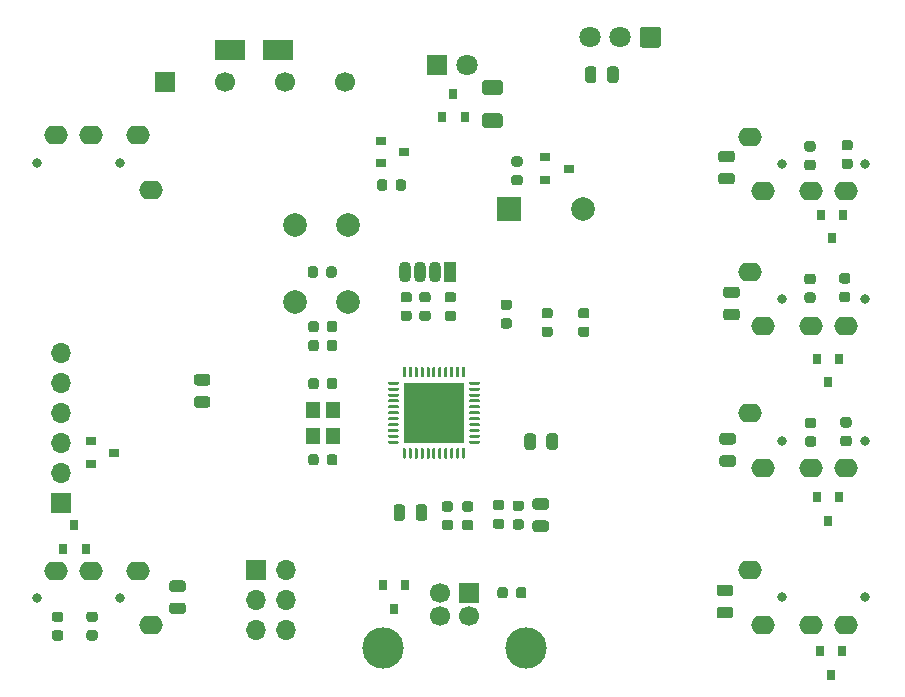
<source format=gbs>
G04 #@! TF.GenerationSoftware,KiCad,Pcbnew,5.1.7-a382d34a8~87~ubuntu20.04.1*
G04 #@! TF.CreationDate,2020-11-13T16:05:12-05:00*
G04 #@! TF.ProjectId,atmega32u4_hub_pcb_1_3,61746d65-6761-4333-9275-345f6875625f,1.3*
G04 #@! TF.SameCoordinates,Original*
G04 #@! TF.FileFunction,Soldermask,Bot*
G04 #@! TF.FilePolarity,Negative*
%FSLAX46Y46*%
G04 Gerber Fmt 4.6, Leading zero omitted, Abs format (unit mm)*
G04 Created by KiCad (PCBNEW 5.1.7-a382d34a8~87~ubuntu20.04.1) date 2020-11-13 16:05:12*
%MOMM*%
%LPD*%
G01*
G04 APERTURE LIST*
%ADD10R,5.150000X5.150000*%
%ADD11O,1.700000X1.700000*%
%ADD12R,1.700000X1.700000*%
%ADD13R,0.900000X0.800000*%
%ADD14C,1.800000*%
%ADD15O,2.000000X1.600000*%
%ADD16C,0.800000*%
%ADD17R,0.800000X0.900000*%
%ADD18R,1.800000X1.800000*%
%ADD19R,1.200000X1.400000*%
%ADD20C,2.000000*%
%ADD21C,3.500000*%
%ADD22C,1.700000*%
%ADD23O,1.070000X1.800000*%
%ADD24R,1.070000X1.800000*%
%ADD25R,2.500000X1.800000*%
%ADD26R,2.000000X2.000000*%
G04 APERTURE END LIST*
G36*
G01*
X145629900Y-109259600D02*
X145504900Y-109259600D01*
G75*
G02*
X145442400Y-109197100I0J62500D01*
G01*
X145442400Y-108447100D01*
G75*
G02*
X145504900Y-108384600I62500J0D01*
G01*
X145629900Y-108384600D01*
G75*
G02*
X145692400Y-108447100I0J-62500D01*
G01*
X145692400Y-109197100D01*
G75*
G02*
X145629900Y-109259600I-62500J0D01*
G01*
G37*
G36*
G01*
X145129900Y-109259600D02*
X145004900Y-109259600D01*
G75*
G02*
X144942400Y-109197100I0J62500D01*
G01*
X144942400Y-108447100D01*
G75*
G02*
X145004900Y-108384600I62500J0D01*
G01*
X145129900Y-108384600D01*
G75*
G02*
X145192400Y-108447100I0J-62500D01*
G01*
X145192400Y-109197100D01*
G75*
G02*
X145129900Y-109259600I-62500J0D01*
G01*
G37*
G36*
G01*
X144629900Y-109259600D02*
X144504900Y-109259600D01*
G75*
G02*
X144442400Y-109197100I0J62500D01*
G01*
X144442400Y-108447100D01*
G75*
G02*
X144504900Y-108384600I62500J0D01*
G01*
X144629900Y-108384600D01*
G75*
G02*
X144692400Y-108447100I0J-62500D01*
G01*
X144692400Y-109197100D01*
G75*
G02*
X144629900Y-109259600I-62500J0D01*
G01*
G37*
G36*
G01*
X144129900Y-109259600D02*
X144004900Y-109259600D01*
G75*
G02*
X143942400Y-109197100I0J62500D01*
G01*
X143942400Y-108447100D01*
G75*
G02*
X144004900Y-108384600I62500J0D01*
G01*
X144129900Y-108384600D01*
G75*
G02*
X144192400Y-108447100I0J-62500D01*
G01*
X144192400Y-109197100D01*
G75*
G02*
X144129900Y-109259600I-62500J0D01*
G01*
G37*
G36*
G01*
X143629900Y-109259600D02*
X143504900Y-109259600D01*
G75*
G02*
X143442400Y-109197100I0J62500D01*
G01*
X143442400Y-108447100D01*
G75*
G02*
X143504900Y-108384600I62500J0D01*
G01*
X143629900Y-108384600D01*
G75*
G02*
X143692400Y-108447100I0J-62500D01*
G01*
X143692400Y-109197100D01*
G75*
G02*
X143629900Y-109259600I-62500J0D01*
G01*
G37*
G36*
G01*
X143129900Y-109259600D02*
X143004900Y-109259600D01*
G75*
G02*
X142942400Y-109197100I0J62500D01*
G01*
X142942400Y-108447100D01*
G75*
G02*
X143004900Y-108384600I62500J0D01*
G01*
X143129900Y-108384600D01*
G75*
G02*
X143192400Y-108447100I0J-62500D01*
G01*
X143192400Y-109197100D01*
G75*
G02*
X143129900Y-109259600I-62500J0D01*
G01*
G37*
G36*
G01*
X142629900Y-109259600D02*
X142504900Y-109259600D01*
G75*
G02*
X142442400Y-109197100I0J62500D01*
G01*
X142442400Y-108447100D01*
G75*
G02*
X142504900Y-108384600I62500J0D01*
G01*
X142629900Y-108384600D01*
G75*
G02*
X142692400Y-108447100I0J-62500D01*
G01*
X142692400Y-109197100D01*
G75*
G02*
X142629900Y-109259600I-62500J0D01*
G01*
G37*
G36*
G01*
X142129900Y-109259600D02*
X142004900Y-109259600D01*
G75*
G02*
X141942400Y-109197100I0J62500D01*
G01*
X141942400Y-108447100D01*
G75*
G02*
X142004900Y-108384600I62500J0D01*
G01*
X142129900Y-108384600D01*
G75*
G02*
X142192400Y-108447100I0J-62500D01*
G01*
X142192400Y-109197100D01*
G75*
G02*
X142129900Y-109259600I-62500J0D01*
G01*
G37*
G36*
G01*
X141629900Y-109259600D02*
X141504900Y-109259600D01*
G75*
G02*
X141442400Y-109197100I0J62500D01*
G01*
X141442400Y-108447100D01*
G75*
G02*
X141504900Y-108384600I62500J0D01*
G01*
X141629900Y-108384600D01*
G75*
G02*
X141692400Y-108447100I0J-62500D01*
G01*
X141692400Y-109197100D01*
G75*
G02*
X141629900Y-109259600I-62500J0D01*
G01*
G37*
G36*
G01*
X141129900Y-109259600D02*
X141004900Y-109259600D01*
G75*
G02*
X140942400Y-109197100I0J62500D01*
G01*
X140942400Y-108447100D01*
G75*
G02*
X141004900Y-108384600I62500J0D01*
G01*
X141129900Y-108384600D01*
G75*
G02*
X141192400Y-108447100I0J-62500D01*
G01*
X141192400Y-109197100D01*
G75*
G02*
X141129900Y-109259600I-62500J0D01*
G01*
G37*
G36*
G01*
X140629900Y-109259600D02*
X140504900Y-109259600D01*
G75*
G02*
X140442400Y-109197100I0J62500D01*
G01*
X140442400Y-108447100D01*
G75*
G02*
X140504900Y-108384600I62500J0D01*
G01*
X140629900Y-108384600D01*
G75*
G02*
X140692400Y-108447100I0J-62500D01*
G01*
X140692400Y-109197100D01*
G75*
G02*
X140629900Y-109259600I-62500J0D01*
G01*
G37*
G36*
G01*
X140004900Y-108009600D02*
X139254900Y-108009600D01*
G75*
G02*
X139192400Y-107947100I0J62500D01*
G01*
X139192400Y-107822100D01*
G75*
G02*
X139254900Y-107759600I62500J0D01*
G01*
X140004900Y-107759600D01*
G75*
G02*
X140067400Y-107822100I0J-62500D01*
G01*
X140067400Y-107947100D01*
G75*
G02*
X140004900Y-108009600I-62500J0D01*
G01*
G37*
G36*
G01*
X140004900Y-107509600D02*
X139254900Y-107509600D01*
G75*
G02*
X139192400Y-107447100I0J62500D01*
G01*
X139192400Y-107322100D01*
G75*
G02*
X139254900Y-107259600I62500J0D01*
G01*
X140004900Y-107259600D01*
G75*
G02*
X140067400Y-107322100I0J-62500D01*
G01*
X140067400Y-107447100D01*
G75*
G02*
X140004900Y-107509600I-62500J0D01*
G01*
G37*
G36*
G01*
X140004900Y-107009600D02*
X139254900Y-107009600D01*
G75*
G02*
X139192400Y-106947100I0J62500D01*
G01*
X139192400Y-106822100D01*
G75*
G02*
X139254900Y-106759600I62500J0D01*
G01*
X140004900Y-106759600D01*
G75*
G02*
X140067400Y-106822100I0J-62500D01*
G01*
X140067400Y-106947100D01*
G75*
G02*
X140004900Y-107009600I-62500J0D01*
G01*
G37*
G36*
G01*
X140004900Y-106509600D02*
X139254900Y-106509600D01*
G75*
G02*
X139192400Y-106447100I0J62500D01*
G01*
X139192400Y-106322100D01*
G75*
G02*
X139254900Y-106259600I62500J0D01*
G01*
X140004900Y-106259600D01*
G75*
G02*
X140067400Y-106322100I0J-62500D01*
G01*
X140067400Y-106447100D01*
G75*
G02*
X140004900Y-106509600I-62500J0D01*
G01*
G37*
G36*
G01*
X140004900Y-106009600D02*
X139254900Y-106009600D01*
G75*
G02*
X139192400Y-105947100I0J62500D01*
G01*
X139192400Y-105822100D01*
G75*
G02*
X139254900Y-105759600I62500J0D01*
G01*
X140004900Y-105759600D01*
G75*
G02*
X140067400Y-105822100I0J-62500D01*
G01*
X140067400Y-105947100D01*
G75*
G02*
X140004900Y-106009600I-62500J0D01*
G01*
G37*
G36*
G01*
X140004900Y-105509600D02*
X139254900Y-105509600D01*
G75*
G02*
X139192400Y-105447100I0J62500D01*
G01*
X139192400Y-105322100D01*
G75*
G02*
X139254900Y-105259600I62500J0D01*
G01*
X140004900Y-105259600D01*
G75*
G02*
X140067400Y-105322100I0J-62500D01*
G01*
X140067400Y-105447100D01*
G75*
G02*
X140004900Y-105509600I-62500J0D01*
G01*
G37*
G36*
G01*
X140004900Y-105009600D02*
X139254900Y-105009600D01*
G75*
G02*
X139192400Y-104947100I0J62500D01*
G01*
X139192400Y-104822100D01*
G75*
G02*
X139254900Y-104759600I62500J0D01*
G01*
X140004900Y-104759600D01*
G75*
G02*
X140067400Y-104822100I0J-62500D01*
G01*
X140067400Y-104947100D01*
G75*
G02*
X140004900Y-105009600I-62500J0D01*
G01*
G37*
G36*
G01*
X140004900Y-104509600D02*
X139254900Y-104509600D01*
G75*
G02*
X139192400Y-104447100I0J62500D01*
G01*
X139192400Y-104322100D01*
G75*
G02*
X139254900Y-104259600I62500J0D01*
G01*
X140004900Y-104259600D01*
G75*
G02*
X140067400Y-104322100I0J-62500D01*
G01*
X140067400Y-104447100D01*
G75*
G02*
X140004900Y-104509600I-62500J0D01*
G01*
G37*
G36*
G01*
X140004900Y-104009600D02*
X139254900Y-104009600D01*
G75*
G02*
X139192400Y-103947100I0J62500D01*
G01*
X139192400Y-103822100D01*
G75*
G02*
X139254900Y-103759600I62500J0D01*
G01*
X140004900Y-103759600D01*
G75*
G02*
X140067400Y-103822100I0J-62500D01*
G01*
X140067400Y-103947100D01*
G75*
G02*
X140004900Y-104009600I-62500J0D01*
G01*
G37*
G36*
G01*
X140004900Y-103509600D02*
X139254900Y-103509600D01*
G75*
G02*
X139192400Y-103447100I0J62500D01*
G01*
X139192400Y-103322100D01*
G75*
G02*
X139254900Y-103259600I62500J0D01*
G01*
X140004900Y-103259600D01*
G75*
G02*
X140067400Y-103322100I0J-62500D01*
G01*
X140067400Y-103447100D01*
G75*
G02*
X140004900Y-103509600I-62500J0D01*
G01*
G37*
G36*
G01*
X140004900Y-103009600D02*
X139254900Y-103009600D01*
G75*
G02*
X139192400Y-102947100I0J62500D01*
G01*
X139192400Y-102822100D01*
G75*
G02*
X139254900Y-102759600I62500J0D01*
G01*
X140004900Y-102759600D01*
G75*
G02*
X140067400Y-102822100I0J-62500D01*
G01*
X140067400Y-102947100D01*
G75*
G02*
X140004900Y-103009600I-62500J0D01*
G01*
G37*
G36*
G01*
X140629900Y-102384600D02*
X140504900Y-102384600D01*
G75*
G02*
X140442400Y-102322100I0J62500D01*
G01*
X140442400Y-101572100D01*
G75*
G02*
X140504900Y-101509600I62500J0D01*
G01*
X140629900Y-101509600D01*
G75*
G02*
X140692400Y-101572100I0J-62500D01*
G01*
X140692400Y-102322100D01*
G75*
G02*
X140629900Y-102384600I-62500J0D01*
G01*
G37*
G36*
G01*
X141129900Y-102384600D02*
X141004900Y-102384600D01*
G75*
G02*
X140942400Y-102322100I0J62500D01*
G01*
X140942400Y-101572100D01*
G75*
G02*
X141004900Y-101509600I62500J0D01*
G01*
X141129900Y-101509600D01*
G75*
G02*
X141192400Y-101572100I0J-62500D01*
G01*
X141192400Y-102322100D01*
G75*
G02*
X141129900Y-102384600I-62500J0D01*
G01*
G37*
G36*
G01*
X141629900Y-102384600D02*
X141504900Y-102384600D01*
G75*
G02*
X141442400Y-102322100I0J62500D01*
G01*
X141442400Y-101572100D01*
G75*
G02*
X141504900Y-101509600I62500J0D01*
G01*
X141629900Y-101509600D01*
G75*
G02*
X141692400Y-101572100I0J-62500D01*
G01*
X141692400Y-102322100D01*
G75*
G02*
X141629900Y-102384600I-62500J0D01*
G01*
G37*
G36*
G01*
X142129900Y-102384600D02*
X142004900Y-102384600D01*
G75*
G02*
X141942400Y-102322100I0J62500D01*
G01*
X141942400Y-101572100D01*
G75*
G02*
X142004900Y-101509600I62500J0D01*
G01*
X142129900Y-101509600D01*
G75*
G02*
X142192400Y-101572100I0J-62500D01*
G01*
X142192400Y-102322100D01*
G75*
G02*
X142129900Y-102384600I-62500J0D01*
G01*
G37*
G36*
G01*
X142629900Y-102384600D02*
X142504900Y-102384600D01*
G75*
G02*
X142442400Y-102322100I0J62500D01*
G01*
X142442400Y-101572100D01*
G75*
G02*
X142504900Y-101509600I62500J0D01*
G01*
X142629900Y-101509600D01*
G75*
G02*
X142692400Y-101572100I0J-62500D01*
G01*
X142692400Y-102322100D01*
G75*
G02*
X142629900Y-102384600I-62500J0D01*
G01*
G37*
G36*
G01*
X143129900Y-102384600D02*
X143004900Y-102384600D01*
G75*
G02*
X142942400Y-102322100I0J62500D01*
G01*
X142942400Y-101572100D01*
G75*
G02*
X143004900Y-101509600I62500J0D01*
G01*
X143129900Y-101509600D01*
G75*
G02*
X143192400Y-101572100I0J-62500D01*
G01*
X143192400Y-102322100D01*
G75*
G02*
X143129900Y-102384600I-62500J0D01*
G01*
G37*
G36*
G01*
X143629900Y-102384600D02*
X143504900Y-102384600D01*
G75*
G02*
X143442400Y-102322100I0J62500D01*
G01*
X143442400Y-101572100D01*
G75*
G02*
X143504900Y-101509600I62500J0D01*
G01*
X143629900Y-101509600D01*
G75*
G02*
X143692400Y-101572100I0J-62500D01*
G01*
X143692400Y-102322100D01*
G75*
G02*
X143629900Y-102384600I-62500J0D01*
G01*
G37*
G36*
G01*
X144129900Y-102384600D02*
X144004900Y-102384600D01*
G75*
G02*
X143942400Y-102322100I0J62500D01*
G01*
X143942400Y-101572100D01*
G75*
G02*
X144004900Y-101509600I62500J0D01*
G01*
X144129900Y-101509600D01*
G75*
G02*
X144192400Y-101572100I0J-62500D01*
G01*
X144192400Y-102322100D01*
G75*
G02*
X144129900Y-102384600I-62500J0D01*
G01*
G37*
G36*
G01*
X144629900Y-102384600D02*
X144504900Y-102384600D01*
G75*
G02*
X144442400Y-102322100I0J62500D01*
G01*
X144442400Y-101572100D01*
G75*
G02*
X144504900Y-101509600I62500J0D01*
G01*
X144629900Y-101509600D01*
G75*
G02*
X144692400Y-101572100I0J-62500D01*
G01*
X144692400Y-102322100D01*
G75*
G02*
X144629900Y-102384600I-62500J0D01*
G01*
G37*
G36*
G01*
X145129900Y-102384600D02*
X145004900Y-102384600D01*
G75*
G02*
X144942400Y-102322100I0J62500D01*
G01*
X144942400Y-101572100D01*
G75*
G02*
X145004900Y-101509600I62500J0D01*
G01*
X145129900Y-101509600D01*
G75*
G02*
X145192400Y-101572100I0J-62500D01*
G01*
X145192400Y-102322100D01*
G75*
G02*
X145129900Y-102384600I-62500J0D01*
G01*
G37*
G36*
G01*
X145629900Y-102384600D02*
X145504900Y-102384600D01*
G75*
G02*
X145442400Y-102322100I0J62500D01*
G01*
X145442400Y-101572100D01*
G75*
G02*
X145504900Y-101509600I62500J0D01*
G01*
X145629900Y-101509600D01*
G75*
G02*
X145692400Y-101572100I0J-62500D01*
G01*
X145692400Y-102322100D01*
G75*
G02*
X145629900Y-102384600I-62500J0D01*
G01*
G37*
G36*
G01*
X146879900Y-103009600D02*
X146129900Y-103009600D01*
G75*
G02*
X146067400Y-102947100I0J62500D01*
G01*
X146067400Y-102822100D01*
G75*
G02*
X146129900Y-102759600I62500J0D01*
G01*
X146879900Y-102759600D01*
G75*
G02*
X146942400Y-102822100I0J-62500D01*
G01*
X146942400Y-102947100D01*
G75*
G02*
X146879900Y-103009600I-62500J0D01*
G01*
G37*
G36*
G01*
X146879900Y-103509600D02*
X146129900Y-103509600D01*
G75*
G02*
X146067400Y-103447100I0J62500D01*
G01*
X146067400Y-103322100D01*
G75*
G02*
X146129900Y-103259600I62500J0D01*
G01*
X146879900Y-103259600D01*
G75*
G02*
X146942400Y-103322100I0J-62500D01*
G01*
X146942400Y-103447100D01*
G75*
G02*
X146879900Y-103509600I-62500J0D01*
G01*
G37*
G36*
G01*
X146879900Y-104009600D02*
X146129900Y-104009600D01*
G75*
G02*
X146067400Y-103947100I0J62500D01*
G01*
X146067400Y-103822100D01*
G75*
G02*
X146129900Y-103759600I62500J0D01*
G01*
X146879900Y-103759600D01*
G75*
G02*
X146942400Y-103822100I0J-62500D01*
G01*
X146942400Y-103947100D01*
G75*
G02*
X146879900Y-104009600I-62500J0D01*
G01*
G37*
G36*
G01*
X146879900Y-104509600D02*
X146129900Y-104509600D01*
G75*
G02*
X146067400Y-104447100I0J62500D01*
G01*
X146067400Y-104322100D01*
G75*
G02*
X146129900Y-104259600I62500J0D01*
G01*
X146879900Y-104259600D01*
G75*
G02*
X146942400Y-104322100I0J-62500D01*
G01*
X146942400Y-104447100D01*
G75*
G02*
X146879900Y-104509600I-62500J0D01*
G01*
G37*
G36*
G01*
X146879900Y-105009600D02*
X146129900Y-105009600D01*
G75*
G02*
X146067400Y-104947100I0J62500D01*
G01*
X146067400Y-104822100D01*
G75*
G02*
X146129900Y-104759600I62500J0D01*
G01*
X146879900Y-104759600D01*
G75*
G02*
X146942400Y-104822100I0J-62500D01*
G01*
X146942400Y-104947100D01*
G75*
G02*
X146879900Y-105009600I-62500J0D01*
G01*
G37*
G36*
G01*
X146879900Y-105509600D02*
X146129900Y-105509600D01*
G75*
G02*
X146067400Y-105447100I0J62500D01*
G01*
X146067400Y-105322100D01*
G75*
G02*
X146129900Y-105259600I62500J0D01*
G01*
X146879900Y-105259600D01*
G75*
G02*
X146942400Y-105322100I0J-62500D01*
G01*
X146942400Y-105447100D01*
G75*
G02*
X146879900Y-105509600I-62500J0D01*
G01*
G37*
G36*
G01*
X146879900Y-106009600D02*
X146129900Y-106009600D01*
G75*
G02*
X146067400Y-105947100I0J62500D01*
G01*
X146067400Y-105822100D01*
G75*
G02*
X146129900Y-105759600I62500J0D01*
G01*
X146879900Y-105759600D01*
G75*
G02*
X146942400Y-105822100I0J-62500D01*
G01*
X146942400Y-105947100D01*
G75*
G02*
X146879900Y-106009600I-62500J0D01*
G01*
G37*
G36*
G01*
X146879900Y-106509600D02*
X146129900Y-106509600D01*
G75*
G02*
X146067400Y-106447100I0J62500D01*
G01*
X146067400Y-106322100D01*
G75*
G02*
X146129900Y-106259600I62500J0D01*
G01*
X146879900Y-106259600D01*
G75*
G02*
X146942400Y-106322100I0J-62500D01*
G01*
X146942400Y-106447100D01*
G75*
G02*
X146879900Y-106509600I-62500J0D01*
G01*
G37*
G36*
G01*
X146879900Y-107009600D02*
X146129900Y-107009600D01*
G75*
G02*
X146067400Y-106947100I0J62500D01*
G01*
X146067400Y-106822100D01*
G75*
G02*
X146129900Y-106759600I62500J0D01*
G01*
X146879900Y-106759600D01*
G75*
G02*
X146942400Y-106822100I0J-62500D01*
G01*
X146942400Y-106947100D01*
G75*
G02*
X146879900Y-107009600I-62500J0D01*
G01*
G37*
G36*
G01*
X146879900Y-107509600D02*
X146129900Y-107509600D01*
G75*
G02*
X146067400Y-107447100I0J62500D01*
G01*
X146067400Y-107322100D01*
G75*
G02*
X146129900Y-107259600I62500J0D01*
G01*
X146879900Y-107259600D01*
G75*
G02*
X146942400Y-107322100I0J-62500D01*
G01*
X146942400Y-107447100D01*
G75*
G02*
X146879900Y-107509600I-62500J0D01*
G01*
G37*
G36*
G01*
X146879900Y-108009600D02*
X146129900Y-108009600D01*
G75*
G02*
X146067400Y-107947100I0J62500D01*
G01*
X146067400Y-107822100D01*
G75*
G02*
X146129900Y-107759600I62500J0D01*
G01*
X146879900Y-107759600D01*
G75*
G02*
X146942400Y-107822100I0J-62500D01*
G01*
X146942400Y-107947100D01*
G75*
G02*
X146879900Y-108009600I-62500J0D01*
G01*
G37*
D10*
X143067400Y-105384600D03*
G36*
G01*
X139821400Y-86362250D02*
X139821400Y-85849750D01*
G75*
G02*
X140040150Y-85631000I218750J0D01*
G01*
X140477650Y-85631000D01*
G75*
G02*
X140696400Y-85849750I0J-218750D01*
G01*
X140696400Y-86362250D01*
G75*
G02*
X140477650Y-86581000I-218750J0D01*
G01*
X140040150Y-86581000D01*
G75*
G02*
X139821400Y-86362250I0J218750D01*
G01*
G37*
G36*
G01*
X138246400Y-86362250D02*
X138246400Y-85849750D01*
G75*
G02*
X138465150Y-85631000I218750J0D01*
G01*
X138902650Y-85631000D01*
G75*
G02*
X139121400Y-85849750I0J-218750D01*
G01*
X139121400Y-86362250D01*
G75*
G02*
X138902650Y-86581000I-218750J0D01*
G01*
X138465150Y-86581000D01*
G75*
G02*
X138246400Y-86362250I0J218750D01*
G01*
G37*
G36*
G01*
X111457450Y-123094000D02*
X110944950Y-123094000D01*
G75*
G02*
X110726200Y-122875250I0J218750D01*
G01*
X110726200Y-122437750D01*
G75*
G02*
X110944950Y-122219000I218750J0D01*
G01*
X111457450Y-122219000D01*
G75*
G02*
X111676200Y-122437750I0J-218750D01*
G01*
X111676200Y-122875250D01*
G75*
G02*
X111457450Y-123094000I-218750J0D01*
G01*
G37*
G36*
G01*
X111457450Y-124669000D02*
X110944950Y-124669000D01*
G75*
G02*
X110726200Y-124450250I0J218750D01*
G01*
X110726200Y-124012750D01*
G75*
G02*
X110944950Y-123794000I218750J0D01*
G01*
X111457450Y-123794000D01*
G75*
G02*
X111676200Y-124012750I0J-218750D01*
G01*
X111676200Y-124450250D01*
G75*
G02*
X111457450Y-124669000I-218750J0D01*
G01*
G37*
G36*
G01*
X114378450Y-123094000D02*
X113865950Y-123094000D01*
G75*
G02*
X113647200Y-122875250I0J218750D01*
G01*
X113647200Y-122437750D01*
G75*
G02*
X113865950Y-122219000I218750J0D01*
G01*
X114378450Y-122219000D01*
G75*
G02*
X114597200Y-122437750I0J-218750D01*
G01*
X114597200Y-122875250D01*
G75*
G02*
X114378450Y-123094000I-218750J0D01*
G01*
G37*
G36*
G01*
X114378450Y-124669000D02*
X113865950Y-124669000D01*
G75*
G02*
X113647200Y-124450250I0J218750D01*
G01*
X113647200Y-124012750D01*
G75*
G02*
X113865950Y-123794000I218750J0D01*
G01*
X114378450Y-123794000D01*
G75*
G02*
X114597200Y-124012750I0J-218750D01*
G01*
X114597200Y-124450250D01*
G75*
G02*
X114378450Y-124669000I-218750J0D01*
G01*
G37*
G36*
G01*
X178310250Y-83165200D02*
X177797750Y-83165200D01*
G75*
G02*
X177579000Y-82946450I0J218750D01*
G01*
X177579000Y-82508950D01*
G75*
G02*
X177797750Y-82290200I218750J0D01*
G01*
X178310250Y-82290200D01*
G75*
G02*
X178529000Y-82508950I0J-218750D01*
G01*
X178529000Y-82946450D01*
G75*
G02*
X178310250Y-83165200I-218750J0D01*
G01*
G37*
G36*
G01*
X178310250Y-84740200D02*
X177797750Y-84740200D01*
G75*
G02*
X177579000Y-84521450I0J218750D01*
G01*
X177579000Y-84083950D01*
G75*
G02*
X177797750Y-83865200I218750J0D01*
G01*
X178310250Y-83865200D01*
G75*
G02*
X178529000Y-84083950I0J-218750D01*
G01*
X178529000Y-84521450D01*
G75*
G02*
X178310250Y-84740200I-218750J0D01*
G01*
G37*
D11*
X111455200Y-100330000D03*
X111455200Y-102870000D03*
X111455200Y-105410000D03*
X111455200Y-107950000D03*
X111455200Y-110490000D03*
D12*
X111455200Y-113030000D03*
D13*
X116011200Y-108762800D03*
X114011200Y-107812800D03*
X114011200Y-109712800D03*
G36*
G01*
X168147050Y-120911200D02*
X167234550Y-120911200D01*
G75*
G02*
X166990800Y-120667450I0J243750D01*
G01*
X166990800Y-120179950D01*
G75*
G02*
X167234550Y-119936200I243750J0D01*
G01*
X168147050Y-119936200D01*
G75*
G02*
X168390800Y-120179950I0J-243750D01*
G01*
X168390800Y-120667450D01*
G75*
G02*
X168147050Y-120911200I-243750J0D01*
G01*
G37*
G36*
G01*
X168147050Y-122786200D02*
X167234550Y-122786200D01*
G75*
G02*
X166990800Y-122542450I0J243750D01*
G01*
X166990800Y-122054950D01*
G75*
G02*
X167234550Y-121811200I243750J0D01*
G01*
X168147050Y-121811200D01*
G75*
G02*
X168390800Y-122054950I0J-243750D01*
G01*
X168390800Y-122542450D01*
G75*
G02*
X168147050Y-122786200I-243750J0D01*
G01*
G37*
D14*
X156311600Y-73596500D03*
X158851600Y-73596500D03*
G36*
G01*
X162291600Y-72944900D02*
X162291600Y-74248100D01*
G75*
G02*
X162043200Y-74496500I-248400J0D01*
G01*
X160740000Y-74496500D01*
G75*
G02*
X160491600Y-74248100I0J248400D01*
G01*
X160491600Y-72944900D01*
G75*
G02*
X160740000Y-72696500I248400J0D01*
G01*
X162043200Y-72696500D01*
G75*
G02*
X162291600Y-72944900I0J-248400D01*
G01*
G37*
D15*
X169850000Y-118717000D03*
X170950000Y-123317000D03*
X177950000Y-123317000D03*
D16*
X172550000Y-121017000D03*
X179550000Y-121017000D03*
D15*
X174950000Y-123317000D03*
D17*
X176682400Y-127593600D03*
X177632400Y-125593600D03*
X175732400Y-125593600D03*
G36*
G01*
X157726800Y-77215050D02*
X157726800Y-76302550D01*
G75*
G02*
X157970550Y-76058800I243750J0D01*
G01*
X158458050Y-76058800D01*
G75*
G02*
X158701800Y-76302550I0J-243750D01*
G01*
X158701800Y-77215050D01*
G75*
G02*
X158458050Y-77458800I-243750J0D01*
G01*
X157970550Y-77458800D01*
G75*
G02*
X157726800Y-77215050I0J243750D01*
G01*
G37*
G36*
G01*
X155851800Y-77215050D02*
X155851800Y-76302550D01*
G75*
G02*
X156095550Y-76058800I243750J0D01*
G01*
X156583050Y-76058800D01*
G75*
G02*
X156826800Y-76302550I0J-243750D01*
G01*
X156826800Y-77215050D01*
G75*
G02*
X156583050Y-77458800I-243750J0D01*
G01*
X156095550Y-77458800D01*
G75*
G02*
X155851800Y-77215050I0J243750D01*
G01*
G37*
D12*
X128000000Y-118668800D03*
D11*
X130540000Y-118668800D03*
X128000000Y-121208800D03*
X130540000Y-121208800D03*
X128000000Y-123748800D03*
X130540000Y-123748800D03*
D13*
X140547600Y-83312000D03*
X138547600Y-82362000D03*
X138547600Y-84262000D03*
X154466800Y-84709000D03*
X152466800Y-83759000D03*
X152466800Y-85659000D03*
D17*
X144716500Y-78375000D03*
X143766500Y-80375000D03*
X145666500Y-80375000D03*
D14*
X145859500Y-75946000D03*
D18*
X143319500Y-75946000D03*
G36*
G01*
X147393500Y-80023000D02*
X148643500Y-80023000D01*
G75*
G02*
X148893500Y-80273000I0J-250000D01*
G01*
X148893500Y-81023000D01*
G75*
G02*
X148643500Y-81273000I-250000J0D01*
G01*
X147393500Y-81273000D01*
G75*
G02*
X147143500Y-81023000I0J250000D01*
G01*
X147143500Y-80273000D01*
G75*
G02*
X147393500Y-80023000I250000J0D01*
G01*
G37*
G36*
G01*
X147393500Y-77223000D02*
X148643500Y-77223000D01*
G75*
G02*
X148893500Y-77473000I0J-250000D01*
G01*
X148893500Y-78223000D01*
G75*
G02*
X148643500Y-78473000I-250000J0D01*
G01*
X147393500Y-78473000D01*
G75*
G02*
X147143500Y-78223000I0J250000D01*
G01*
X147143500Y-77473000D01*
G75*
G02*
X147393500Y-77223000I250000J0D01*
G01*
G37*
D19*
X134555600Y-107322800D03*
X134555600Y-105122800D03*
X132855600Y-105122800D03*
X132855600Y-107322800D03*
D20*
X131318000Y-89512000D03*
X135818000Y-89512000D03*
X131318000Y-96012000D03*
X135818000Y-96012000D03*
G36*
G01*
X145666750Y-114459500D02*
X146179250Y-114459500D01*
G75*
G02*
X146398000Y-114678250I0J-218750D01*
G01*
X146398000Y-115115750D01*
G75*
G02*
X146179250Y-115334500I-218750J0D01*
G01*
X145666750Y-115334500D01*
G75*
G02*
X145448000Y-115115750I0J218750D01*
G01*
X145448000Y-114678250D01*
G75*
G02*
X145666750Y-114459500I218750J0D01*
G01*
G37*
G36*
G01*
X145666750Y-112884500D02*
X146179250Y-112884500D01*
G75*
G02*
X146398000Y-113103250I0J-218750D01*
G01*
X146398000Y-113540750D01*
G75*
G02*
X146179250Y-113759500I-218750J0D01*
G01*
X145666750Y-113759500D01*
G75*
G02*
X145448000Y-113540750I0J218750D01*
G01*
X145448000Y-113103250D01*
G75*
G02*
X145666750Y-112884500I218750J0D01*
G01*
G37*
G36*
G01*
X143952250Y-114459500D02*
X144464750Y-114459500D01*
G75*
G02*
X144683500Y-114678250I0J-218750D01*
G01*
X144683500Y-115115750D01*
G75*
G02*
X144464750Y-115334500I-218750J0D01*
G01*
X143952250Y-115334500D01*
G75*
G02*
X143733500Y-115115750I0J218750D01*
G01*
X143733500Y-114678250D01*
G75*
G02*
X143952250Y-114459500I218750J0D01*
G01*
G37*
G36*
G01*
X143952250Y-112884500D02*
X144464750Y-112884500D01*
G75*
G02*
X144683500Y-113103250I0J-218750D01*
G01*
X144683500Y-113540750D01*
G75*
G02*
X144464750Y-113759500I-218750J0D01*
G01*
X143952250Y-113759500D01*
G75*
G02*
X143733500Y-113540750I0J218750D01*
G01*
X143733500Y-113103250D01*
G75*
G02*
X143952250Y-112884500I218750J0D01*
G01*
G37*
G36*
G01*
X149455850Y-96678000D02*
X148943350Y-96678000D01*
G75*
G02*
X148724600Y-96459250I0J218750D01*
G01*
X148724600Y-96021750D01*
G75*
G02*
X148943350Y-95803000I218750J0D01*
G01*
X149455850Y-95803000D01*
G75*
G02*
X149674600Y-96021750I0J-218750D01*
G01*
X149674600Y-96459250D01*
G75*
G02*
X149455850Y-96678000I-218750J0D01*
G01*
G37*
G36*
G01*
X149455850Y-98253000D02*
X148943350Y-98253000D01*
G75*
G02*
X148724600Y-98034250I0J218750D01*
G01*
X148724600Y-97596750D01*
G75*
G02*
X148943350Y-97378000I218750J0D01*
G01*
X149455850Y-97378000D01*
G75*
G02*
X149674600Y-97596750I0J-218750D01*
G01*
X149674600Y-98034250D01*
G75*
G02*
X149455850Y-98253000I-218750J0D01*
G01*
G37*
G36*
G01*
X133254000Y-93215750D02*
X133254000Y-93728250D01*
G75*
G02*
X133035250Y-93947000I-218750J0D01*
G01*
X132597750Y-93947000D01*
G75*
G02*
X132379000Y-93728250I0J218750D01*
G01*
X132379000Y-93215750D01*
G75*
G02*
X132597750Y-92997000I218750J0D01*
G01*
X133035250Y-92997000D01*
G75*
G02*
X133254000Y-93215750I0J-218750D01*
G01*
G37*
G36*
G01*
X134829000Y-93215750D02*
X134829000Y-93728250D01*
G75*
G02*
X134610250Y-93947000I-218750J0D01*
G01*
X134172750Y-93947000D01*
G75*
G02*
X133954000Y-93728250I0J218750D01*
G01*
X133954000Y-93215750D01*
G75*
G02*
X134172750Y-92997000I218750J0D01*
G01*
X134610250Y-92997000D01*
G75*
G02*
X134829000Y-93215750I0J-218750D01*
G01*
G37*
G36*
G01*
X155496550Y-98089200D02*
X156009050Y-98089200D01*
G75*
G02*
X156227800Y-98307950I0J-218750D01*
G01*
X156227800Y-98745450D01*
G75*
G02*
X156009050Y-98964200I-218750J0D01*
G01*
X155496550Y-98964200D01*
G75*
G02*
X155277800Y-98745450I0J218750D01*
G01*
X155277800Y-98307950D01*
G75*
G02*
X155496550Y-98089200I218750J0D01*
G01*
G37*
G36*
G01*
X155496550Y-96514200D02*
X156009050Y-96514200D01*
G75*
G02*
X156227800Y-96732950I0J-218750D01*
G01*
X156227800Y-97170450D01*
G75*
G02*
X156009050Y-97389200I-218750J0D01*
G01*
X155496550Y-97389200D01*
G75*
G02*
X155277800Y-97170450I0J218750D01*
G01*
X155277800Y-96732950D01*
G75*
G02*
X155496550Y-96514200I218750J0D01*
G01*
G37*
G36*
G01*
X133317500Y-99438750D02*
X133317500Y-99951250D01*
G75*
G02*
X133098750Y-100170000I-218750J0D01*
G01*
X132661250Y-100170000D01*
G75*
G02*
X132442500Y-99951250I0J218750D01*
G01*
X132442500Y-99438750D01*
G75*
G02*
X132661250Y-99220000I218750J0D01*
G01*
X133098750Y-99220000D01*
G75*
G02*
X133317500Y-99438750I0J-218750D01*
G01*
G37*
G36*
G01*
X134892500Y-99438750D02*
X134892500Y-99951250D01*
G75*
G02*
X134673750Y-100170000I-218750J0D01*
G01*
X134236250Y-100170000D01*
G75*
G02*
X134017500Y-99951250I0J218750D01*
G01*
X134017500Y-99438750D01*
G75*
G02*
X134236250Y-99220000I218750J0D01*
G01*
X134673750Y-99220000D01*
G75*
G02*
X134892500Y-99438750I0J-218750D01*
G01*
G37*
G36*
G01*
X150471850Y-113696000D02*
X149959350Y-113696000D01*
G75*
G02*
X149740600Y-113477250I0J218750D01*
G01*
X149740600Y-113039750D01*
G75*
G02*
X149959350Y-112821000I218750J0D01*
G01*
X150471850Y-112821000D01*
G75*
G02*
X150690600Y-113039750I0J-218750D01*
G01*
X150690600Y-113477250D01*
G75*
G02*
X150471850Y-113696000I-218750J0D01*
G01*
G37*
G36*
G01*
X150471850Y-115271000D02*
X149959350Y-115271000D01*
G75*
G02*
X149740600Y-115052250I0J218750D01*
G01*
X149740600Y-114614750D01*
G75*
G02*
X149959350Y-114396000I218750J0D01*
G01*
X150471850Y-114396000D01*
G75*
G02*
X150690600Y-114614750I0J-218750D01*
G01*
X150690600Y-115052250D01*
G75*
G02*
X150471850Y-115271000I-218750J0D01*
G01*
G37*
G36*
G01*
X149319500Y-120368350D02*
X149319500Y-120880850D01*
G75*
G02*
X149100750Y-121099600I-218750J0D01*
G01*
X148663250Y-121099600D01*
G75*
G02*
X148444500Y-120880850I0J218750D01*
G01*
X148444500Y-120368350D01*
G75*
G02*
X148663250Y-120149600I218750J0D01*
G01*
X149100750Y-120149600D01*
G75*
G02*
X149319500Y-120368350I0J-218750D01*
G01*
G37*
G36*
G01*
X150894500Y-120368350D02*
X150894500Y-120880850D01*
G75*
G02*
X150675750Y-121099600I-218750J0D01*
G01*
X150238250Y-121099600D01*
G75*
G02*
X150019500Y-120880850I0J218750D01*
G01*
X150019500Y-120368350D01*
G75*
G02*
X150238250Y-120149600I218750J0D01*
G01*
X150675750Y-120149600D01*
G75*
G02*
X150894500Y-120368350I0J-218750D01*
G01*
G37*
D17*
X139700000Y-122005600D03*
X140650000Y-120005600D03*
X138750000Y-120005600D03*
X176428400Y-114538000D03*
X177378400Y-112538000D03*
X175478400Y-112538000D03*
X176428400Y-102803200D03*
X177378400Y-100803200D03*
X175478400Y-100803200D03*
X176784000Y-90611200D03*
X177734000Y-88611200D03*
X175834000Y-88611200D03*
X112623600Y-114925600D03*
X111673600Y-116925600D03*
X113573600Y-116925600D03*
G36*
G01*
X152397750Y-98089200D02*
X152910250Y-98089200D01*
G75*
G02*
X153129000Y-98307950I0J-218750D01*
G01*
X153129000Y-98745450D01*
G75*
G02*
X152910250Y-98964200I-218750J0D01*
G01*
X152397750Y-98964200D01*
G75*
G02*
X152179000Y-98745450I0J218750D01*
G01*
X152179000Y-98307950D01*
G75*
G02*
X152397750Y-98089200I218750J0D01*
G01*
G37*
G36*
G01*
X152397750Y-96514200D02*
X152910250Y-96514200D01*
G75*
G02*
X153129000Y-96732950I0J-218750D01*
G01*
X153129000Y-97170450D01*
G75*
G02*
X152910250Y-97389200I-218750J0D01*
G01*
X152397750Y-97389200D01*
G75*
G02*
X152179000Y-97170450I0J218750D01*
G01*
X152179000Y-96732950D01*
G75*
G02*
X152397750Y-96514200I218750J0D01*
G01*
G37*
G36*
G01*
X133304800Y-97838550D02*
X133304800Y-98351050D01*
G75*
G02*
X133086050Y-98569800I-218750J0D01*
G01*
X132648550Y-98569800D01*
G75*
G02*
X132429800Y-98351050I0J218750D01*
G01*
X132429800Y-97838550D01*
G75*
G02*
X132648550Y-97619800I218750J0D01*
G01*
X133086050Y-97619800D01*
G75*
G02*
X133304800Y-97838550I0J-218750D01*
G01*
G37*
G36*
G01*
X134879800Y-97838550D02*
X134879800Y-98351050D01*
G75*
G02*
X134661050Y-98569800I-218750J0D01*
G01*
X134223550Y-98569800D01*
G75*
G02*
X134004800Y-98351050I0J218750D01*
G01*
X134004800Y-97838550D01*
G75*
G02*
X134223550Y-97619800I218750J0D01*
G01*
X134661050Y-97619800D01*
G75*
G02*
X134879800Y-97838550I0J-218750D01*
G01*
G37*
G36*
G01*
X148795450Y-115220200D02*
X148282950Y-115220200D01*
G75*
G02*
X148064200Y-115001450I0J218750D01*
G01*
X148064200Y-114563950D01*
G75*
G02*
X148282950Y-114345200I218750J0D01*
G01*
X148795450Y-114345200D01*
G75*
G02*
X149014200Y-114563950I0J-218750D01*
G01*
X149014200Y-115001450D01*
G75*
G02*
X148795450Y-115220200I-218750J0D01*
G01*
G37*
G36*
G01*
X148795450Y-113645200D02*
X148282950Y-113645200D01*
G75*
G02*
X148064200Y-113426450I0J218750D01*
G01*
X148064200Y-112988950D01*
G75*
G02*
X148282950Y-112770200I218750J0D01*
G01*
X148795450Y-112770200D01*
G75*
G02*
X149014200Y-112988950I0J-218750D01*
G01*
X149014200Y-113426450D01*
G75*
G02*
X148795450Y-113645200I-218750J0D01*
G01*
G37*
G36*
G01*
X151638950Y-114496000D02*
X152551450Y-114496000D01*
G75*
G02*
X152795200Y-114739750I0J-243750D01*
G01*
X152795200Y-115227250D01*
G75*
G02*
X152551450Y-115471000I-243750J0D01*
G01*
X151638950Y-115471000D01*
G75*
G02*
X151395200Y-115227250I0J243750D01*
G01*
X151395200Y-114739750D01*
G75*
G02*
X151638950Y-114496000I243750J0D01*
G01*
G37*
G36*
G01*
X151638950Y-112621000D02*
X152551450Y-112621000D01*
G75*
G02*
X152795200Y-112864750I0J-243750D01*
G01*
X152795200Y-113352250D01*
G75*
G02*
X152551450Y-113596000I-243750J0D01*
G01*
X151638950Y-113596000D01*
G75*
G02*
X151395200Y-113352250I0J243750D01*
G01*
X151395200Y-112864750D01*
G75*
G02*
X151638950Y-112621000I243750J0D01*
G01*
G37*
G36*
G01*
X133304800Y-102664550D02*
X133304800Y-103177050D01*
G75*
G02*
X133086050Y-103395800I-218750J0D01*
G01*
X132648550Y-103395800D01*
G75*
G02*
X132429800Y-103177050I0J218750D01*
G01*
X132429800Y-102664550D01*
G75*
G02*
X132648550Y-102445800I218750J0D01*
G01*
X133086050Y-102445800D01*
G75*
G02*
X133304800Y-102664550I0J-218750D01*
G01*
G37*
G36*
G01*
X134879800Y-102664550D02*
X134879800Y-103177050D01*
G75*
G02*
X134661050Y-103395800I-218750J0D01*
G01*
X134223550Y-103395800D01*
G75*
G02*
X134004800Y-103177050I0J218750D01*
G01*
X134004800Y-102664550D01*
G75*
G02*
X134223550Y-102445800I218750J0D01*
G01*
X134661050Y-102445800D01*
G75*
G02*
X134879800Y-102664550I0J-218750D01*
G01*
G37*
G36*
G01*
X168299450Y-84182800D02*
X167386950Y-84182800D01*
G75*
G02*
X167143200Y-83939050I0J243750D01*
G01*
X167143200Y-83451550D01*
G75*
G02*
X167386950Y-83207800I243750J0D01*
G01*
X168299450Y-83207800D01*
G75*
G02*
X168543200Y-83451550I0J-243750D01*
G01*
X168543200Y-83939050D01*
G75*
G02*
X168299450Y-84182800I-243750J0D01*
G01*
G37*
G36*
G01*
X168299450Y-86057800D02*
X167386950Y-86057800D01*
G75*
G02*
X167143200Y-85814050I0J243750D01*
G01*
X167143200Y-85326550D01*
G75*
G02*
X167386950Y-85082800I243750J0D01*
G01*
X168299450Y-85082800D01*
G75*
G02*
X168543200Y-85326550I0J-243750D01*
G01*
X168543200Y-85814050D01*
G75*
G02*
X168299450Y-86057800I-243750J0D01*
G01*
G37*
G36*
G01*
X122987750Y-103980400D02*
X123900250Y-103980400D01*
G75*
G02*
X124144000Y-104224150I0J-243750D01*
G01*
X124144000Y-104711650D01*
G75*
G02*
X123900250Y-104955400I-243750J0D01*
G01*
X122987750Y-104955400D01*
G75*
G02*
X122744000Y-104711650I0J243750D01*
G01*
X122744000Y-104224150D01*
G75*
G02*
X122987750Y-103980400I243750J0D01*
G01*
G37*
G36*
G01*
X122987750Y-102105400D02*
X123900250Y-102105400D01*
G75*
G02*
X124144000Y-102349150I0J-243750D01*
G01*
X124144000Y-102836650D01*
G75*
G02*
X123900250Y-103080400I-243750J0D01*
G01*
X122987750Y-103080400D01*
G75*
G02*
X122744000Y-102836650I0J243750D01*
G01*
X122744000Y-102349150D01*
G75*
G02*
X122987750Y-102105400I243750J0D01*
G01*
G37*
G36*
G01*
X152596000Y-108279250D02*
X152596000Y-107366750D01*
G75*
G02*
X152839750Y-107123000I243750J0D01*
G01*
X153327250Y-107123000D01*
G75*
G02*
X153571000Y-107366750I0J-243750D01*
G01*
X153571000Y-108279250D01*
G75*
G02*
X153327250Y-108523000I-243750J0D01*
G01*
X152839750Y-108523000D01*
G75*
G02*
X152596000Y-108279250I0J243750D01*
G01*
G37*
G36*
G01*
X150721000Y-108279250D02*
X150721000Y-107366750D01*
G75*
G02*
X150964750Y-107123000I243750J0D01*
G01*
X151452250Y-107123000D01*
G75*
G02*
X151696000Y-107366750I0J-243750D01*
G01*
X151696000Y-108279250D01*
G75*
G02*
X151452250Y-108523000I-243750J0D01*
G01*
X150964750Y-108523000D01*
G75*
G02*
X150721000Y-108279250I0J243750D01*
G01*
G37*
G36*
G01*
X134004800Y-109628650D02*
X134004800Y-109116150D01*
G75*
G02*
X134223550Y-108897400I218750J0D01*
G01*
X134661050Y-108897400D01*
G75*
G02*
X134879800Y-109116150I0J-218750D01*
G01*
X134879800Y-109628650D01*
G75*
G02*
X134661050Y-109847400I-218750J0D01*
G01*
X134223550Y-109847400D01*
G75*
G02*
X134004800Y-109628650I0J218750D01*
G01*
G37*
G36*
G01*
X132429800Y-109628650D02*
X132429800Y-109116150D01*
G75*
G02*
X132648550Y-108897400I218750J0D01*
G01*
X133086050Y-108897400D01*
G75*
G02*
X133304800Y-109116150I0J-218750D01*
G01*
X133304800Y-109628650D01*
G75*
G02*
X133086050Y-109847400I-218750J0D01*
G01*
X132648550Y-109847400D01*
G75*
G02*
X132429800Y-109628650I0J218750D01*
G01*
G37*
G36*
G01*
X140621600Y-113386550D02*
X140621600Y-114299050D01*
G75*
G02*
X140377850Y-114542800I-243750J0D01*
G01*
X139890350Y-114542800D01*
G75*
G02*
X139646600Y-114299050I0J243750D01*
G01*
X139646600Y-113386550D01*
G75*
G02*
X139890350Y-113142800I243750J0D01*
G01*
X140377850Y-113142800D01*
G75*
G02*
X140621600Y-113386550I0J-243750D01*
G01*
G37*
G36*
G01*
X142496600Y-113386550D02*
X142496600Y-114299050D01*
G75*
G02*
X142252850Y-114542800I-243750J0D01*
G01*
X141765350Y-114542800D01*
G75*
G02*
X141521600Y-114299050I0J243750D01*
G01*
X141521600Y-113386550D01*
G75*
G02*
X141765350Y-113142800I243750J0D01*
G01*
X142252850Y-113142800D01*
G75*
G02*
X142496600Y-113386550I0J-243750D01*
G01*
G37*
G36*
G01*
X168388350Y-108084200D02*
X167475850Y-108084200D01*
G75*
G02*
X167232100Y-107840450I0J243750D01*
G01*
X167232100Y-107352950D01*
G75*
G02*
X167475850Y-107109200I243750J0D01*
G01*
X168388350Y-107109200D01*
G75*
G02*
X168632100Y-107352950I0J-243750D01*
G01*
X168632100Y-107840450D01*
G75*
G02*
X168388350Y-108084200I-243750J0D01*
G01*
G37*
G36*
G01*
X168388350Y-109959200D02*
X167475850Y-109959200D01*
G75*
G02*
X167232100Y-109715450I0J243750D01*
G01*
X167232100Y-109227950D01*
G75*
G02*
X167475850Y-108984200I243750J0D01*
G01*
X168388350Y-108984200D01*
G75*
G02*
X168632100Y-109227950I0J-243750D01*
G01*
X168632100Y-109715450D01*
G75*
G02*
X168388350Y-109959200I-243750J0D01*
G01*
G37*
G36*
G01*
X120904950Y-121455600D02*
X121817450Y-121455600D01*
G75*
G02*
X122061200Y-121699350I0J-243750D01*
G01*
X122061200Y-122186850D01*
G75*
G02*
X121817450Y-122430600I-243750J0D01*
G01*
X120904950Y-122430600D01*
G75*
G02*
X120661200Y-122186850I0J243750D01*
G01*
X120661200Y-121699350D01*
G75*
G02*
X120904950Y-121455600I243750J0D01*
G01*
G37*
G36*
G01*
X120904950Y-119580600D02*
X121817450Y-119580600D01*
G75*
G02*
X122061200Y-119824350I0J-243750D01*
G01*
X122061200Y-120311850D01*
G75*
G02*
X121817450Y-120555600I-243750J0D01*
G01*
X120904950Y-120555600D01*
G75*
G02*
X120661200Y-120311850I0J243750D01*
G01*
X120661200Y-119824350D01*
G75*
G02*
X120904950Y-119580600I243750J0D01*
G01*
G37*
D21*
X138780000Y-125334600D03*
X150820000Y-125334600D03*
D22*
X146050000Y-122624600D03*
X143550000Y-122624600D03*
X143550000Y-120624600D03*
D12*
X146050000Y-120624600D03*
G36*
G01*
X168718550Y-95676300D02*
X167806050Y-95676300D01*
G75*
G02*
X167562300Y-95432550I0J243750D01*
G01*
X167562300Y-94945050D01*
G75*
G02*
X167806050Y-94701300I243750J0D01*
G01*
X168718550Y-94701300D01*
G75*
G02*
X168962300Y-94945050I0J-243750D01*
G01*
X168962300Y-95432550D01*
G75*
G02*
X168718550Y-95676300I-243750J0D01*
G01*
G37*
G36*
G01*
X168718550Y-97551300D02*
X167806050Y-97551300D01*
G75*
G02*
X167562300Y-97307550I0J243750D01*
G01*
X167562300Y-96820050D01*
G75*
G02*
X167806050Y-96576300I243750J0D01*
G01*
X168718550Y-96576300D01*
G75*
G02*
X168962300Y-96820050I0J-243750D01*
G01*
X168962300Y-97307550D01*
G75*
G02*
X168718550Y-97551300I-243750J0D01*
G01*
G37*
G36*
G01*
X178208650Y-106634800D02*
X177696150Y-106634800D01*
G75*
G02*
X177477400Y-106416050I0J218750D01*
G01*
X177477400Y-105978550D01*
G75*
G02*
X177696150Y-105759800I218750J0D01*
G01*
X178208650Y-105759800D01*
G75*
G02*
X178427400Y-105978550I0J-218750D01*
G01*
X178427400Y-106416050D01*
G75*
G02*
X178208650Y-106634800I-218750J0D01*
G01*
G37*
G36*
G01*
X178208650Y-108209800D02*
X177696150Y-108209800D01*
G75*
G02*
X177477400Y-107991050I0J218750D01*
G01*
X177477400Y-107553550D01*
G75*
G02*
X177696150Y-107334800I218750J0D01*
G01*
X178208650Y-107334800D01*
G75*
G02*
X178427400Y-107553550I0J-218750D01*
G01*
X178427400Y-107991050D01*
G75*
G02*
X178208650Y-108209800I-218750J0D01*
G01*
G37*
G36*
G01*
X144206250Y-96743000D02*
X144718750Y-96743000D01*
G75*
G02*
X144937500Y-96961750I0J-218750D01*
G01*
X144937500Y-97399250D01*
G75*
G02*
X144718750Y-97618000I-218750J0D01*
G01*
X144206250Y-97618000D01*
G75*
G02*
X143987500Y-97399250I0J218750D01*
G01*
X143987500Y-96961750D01*
G75*
G02*
X144206250Y-96743000I218750J0D01*
G01*
G37*
G36*
G01*
X144206250Y-95168000D02*
X144718750Y-95168000D01*
G75*
G02*
X144937500Y-95386750I0J-218750D01*
G01*
X144937500Y-95824250D01*
G75*
G02*
X144718750Y-96043000I-218750J0D01*
G01*
X144206250Y-96043000D01*
G75*
G02*
X143987500Y-95824250I0J218750D01*
G01*
X143987500Y-95386750D01*
G75*
G02*
X144206250Y-95168000I218750J0D01*
G01*
G37*
G36*
G01*
X142047250Y-96743000D02*
X142559750Y-96743000D01*
G75*
G02*
X142778500Y-96961750I0J-218750D01*
G01*
X142778500Y-97399250D01*
G75*
G02*
X142559750Y-97618000I-218750J0D01*
G01*
X142047250Y-97618000D01*
G75*
G02*
X141828500Y-97399250I0J218750D01*
G01*
X141828500Y-96961750D01*
G75*
G02*
X142047250Y-96743000I218750J0D01*
G01*
G37*
G36*
G01*
X142047250Y-95168000D02*
X142559750Y-95168000D01*
G75*
G02*
X142778500Y-95386750I0J-218750D01*
G01*
X142778500Y-95824250D01*
G75*
G02*
X142559750Y-96043000I-218750J0D01*
G01*
X142047250Y-96043000D01*
G75*
G02*
X141828500Y-95824250I0J218750D01*
G01*
X141828500Y-95386750D01*
G75*
G02*
X142047250Y-95168000I218750J0D01*
G01*
G37*
G36*
G01*
X175211450Y-106685600D02*
X174698950Y-106685600D01*
G75*
G02*
X174480200Y-106466850I0J218750D01*
G01*
X174480200Y-106029350D01*
G75*
G02*
X174698950Y-105810600I218750J0D01*
G01*
X175211450Y-105810600D01*
G75*
G02*
X175430200Y-106029350I0J-218750D01*
G01*
X175430200Y-106466850D01*
G75*
G02*
X175211450Y-106685600I-218750J0D01*
G01*
G37*
G36*
G01*
X175211450Y-108260600D02*
X174698950Y-108260600D01*
G75*
G02*
X174480200Y-108041850I0J218750D01*
G01*
X174480200Y-107604350D01*
G75*
G02*
X174698950Y-107385600I218750J0D01*
G01*
X175211450Y-107385600D01*
G75*
G02*
X175430200Y-107604350I0J-218750D01*
G01*
X175430200Y-108041850D01*
G75*
G02*
X175211450Y-108260600I-218750J0D01*
G01*
G37*
G36*
G01*
X178107050Y-94442800D02*
X177594550Y-94442800D01*
G75*
G02*
X177375800Y-94224050I0J218750D01*
G01*
X177375800Y-93786550D01*
G75*
G02*
X177594550Y-93567800I218750J0D01*
G01*
X178107050Y-93567800D01*
G75*
G02*
X178325800Y-93786550I0J-218750D01*
G01*
X178325800Y-94224050D01*
G75*
G02*
X178107050Y-94442800I-218750J0D01*
G01*
G37*
G36*
G01*
X178107050Y-96017800D02*
X177594550Y-96017800D01*
G75*
G02*
X177375800Y-95799050I0J218750D01*
G01*
X177375800Y-95361550D01*
G75*
G02*
X177594550Y-95142800I218750J0D01*
G01*
X178107050Y-95142800D01*
G75*
G02*
X178325800Y-95361550I0J-218750D01*
G01*
X178325800Y-95799050D01*
G75*
G02*
X178107050Y-96017800I-218750J0D01*
G01*
G37*
G36*
G01*
X175160650Y-94493600D02*
X174648150Y-94493600D01*
G75*
G02*
X174429400Y-94274850I0J218750D01*
G01*
X174429400Y-93837350D01*
G75*
G02*
X174648150Y-93618600I218750J0D01*
G01*
X175160650Y-93618600D01*
G75*
G02*
X175379400Y-93837350I0J-218750D01*
G01*
X175379400Y-94274850D01*
G75*
G02*
X175160650Y-94493600I-218750J0D01*
G01*
G37*
G36*
G01*
X175160650Y-96068600D02*
X174648150Y-96068600D01*
G75*
G02*
X174429400Y-95849850I0J218750D01*
G01*
X174429400Y-95412350D01*
G75*
G02*
X174648150Y-95193600I218750J0D01*
G01*
X175160650Y-95193600D01*
G75*
G02*
X175379400Y-95412350I0J-218750D01*
G01*
X175379400Y-95849850D01*
G75*
G02*
X175160650Y-96068600I-218750J0D01*
G01*
G37*
G36*
G01*
X150357550Y-84549500D02*
X149845050Y-84549500D01*
G75*
G02*
X149626300Y-84330750I0J218750D01*
G01*
X149626300Y-83893250D01*
G75*
G02*
X149845050Y-83674500I218750J0D01*
G01*
X150357550Y-83674500D01*
G75*
G02*
X150576300Y-83893250I0J-218750D01*
G01*
X150576300Y-84330750D01*
G75*
G02*
X150357550Y-84549500I-218750J0D01*
G01*
G37*
G36*
G01*
X150357550Y-86124500D02*
X149845050Y-86124500D01*
G75*
G02*
X149626300Y-85905750I0J218750D01*
G01*
X149626300Y-85468250D01*
G75*
G02*
X149845050Y-85249500I218750J0D01*
G01*
X150357550Y-85249500D01*
G75*
G02*
X150576300Y-85468250I0J-218750D01*
G01*
X150576300Y-85905750D01*
G75*
G02*
X150357550Y-86124500I-218750J0D01*
G01*
G37*
G36*
G01*
X140459750Y-96743000D02*
X140972250Y-96743000D01*
G75*
G02*
X141191000Y-96961750I0J-218750D01*
G01*
X141191000Y-97399250D01*
G75*
G02*
X140972250Y-97618000I-218750J0D01*
G01*
X140459750Y-97618000D01*
G75*
G02*
X140241000Y-97399250I0J218750D01*
G01*
X140241000Y-96961750D01*
G75*
G02*
X140459750Y-96743000I218750J0D01*
G01*
G37*
G36*
G01*
X140459750Y-95168000D02*
X140972250Y-95168000D01*
G75*
G02*
X141191000Y-95386750I0J-218750D01*
G01*
X141191000Y-95824250D01*
G75*
G02*
X140972250Y-96043000I-218750J0D01*
G01*
X140459750Y-96043000D01*
G75*
G02*
X140241000Y-95824250I0J218750D01*
G01*
X140241000Y-95386750D01*
G75*
G02*
X140459750Y-95168000I218750J0D01*
G01*
G37*
G36*
G01*
X175160650Y-83266800D02*
X174648150Y-83266800D01*
G75*
G02*
X174429400Y-83048050I0J218750D01*
G01*
X174429400Y-82610550D01*
G75*
G02*
X174648150Y-82391800I218750J0D01*
G01*
X175160650Y-82391800D01*
G75*
G02*
X175379400Y-82610550I0J-218750D01*
G01*
X175379400Y-83048050D01*
G75*
G02*
X175160650Y-83266800I-218750J0D01*
G01*
G37*
G36*
G01*
X175160650Y-84841800D02*
X174648150Y-84841800D01*
G75*
G02*
X174429400Y-84623050I0J218750D01*
G01*
X174429400Y-84185550D01*
G75*
G02*
X174648150Y-83966800I218750J0D01*
G01*
X175160650Y-83966800D01*
G75*
G02*
X175379400Y-84185550I0J-218750D01*
G01*
X175379400Y-84623050D01*
G75*
G02*
X175160650Y-84841800I-218750J0D01*
G01*
G37*
D23*
X140652500Y-93472000D03*
X141922500Y-93472000D03*
X143192500Y-93472000D03*
D24*
X144462500Y-93472000D03*
D25*
X129825500Y-74676000D03*
X125825500Y-74676000D03*
D15*
X169850000Y-105438800D03*
X170950000Y-110038800D03*
X177950000Y-110038800D03*
D16*
X172550000Y-107738800D03*
X179550000Y-107738800D03*
D15*
X174950000Y-110038800D03*
X169850000Y-93437300D03*
X170950000Y-98037300D03*
X177950000Y-98037300D03*
D16*
X172550000Y-95737300D03*
X179550000Y-95737300D03*
D15*
X174950000Y-98037300D03*
X169850000Y-82032700D03*
X170950000Y-86632700D03*
X177950000Y-86632700D03*
D16*
X172550000Y-84332700D03*
X179550000Y-84332700D03*
D15*
X174950000Y-86632700D03*
X119150000Y-123377100D03*
X118050000Y-118777100D03*
X111050000Y-118777100D03*
D16*
X116450000Y-121077100D03*
X109450000Y-121077100D03*
D15*
X114050000Y-118777100D03*
X119150000Y-86509000D03*
X118050000Y-81909000D03*
X111050000Y-81909000D03*
D16*
X116450000Y-84209000D03*
X109450000Y-84209000D03*
D15*
X114050000Y-81909000D03*
D22*
X135572500Y-77406500D03*
X130492500Y-77406500D03*
X125412500Y-77406500D03*
D12*
X120322500Y-77406500D03*
D20*
X155702800Y-88128000D03*
D26*
X149402800Y-88138000D03*
M02*

</source>
